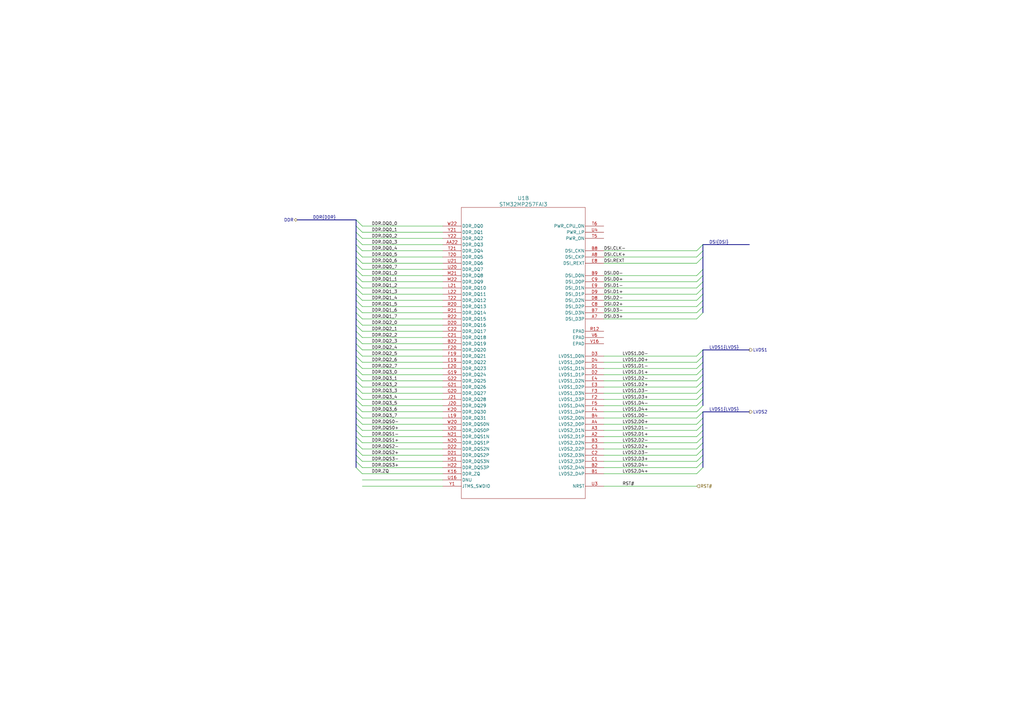
<source format=kicad_sch>
(kicad_sch (version 20250114) (generator "eeschema") (generator_version "9.0")
  (paper "A3")
  (lib_symbols
    (symbol "STM32MP257FAI3:STM32MP257FAI3" (pin_names (offset 0.254))
      (property "Reference" "U" (at 40.64 12.7 0))
      (property "Value" "STM32MP257FAI3" (at 40.64 10.16 0))
      (symbol "STM32MP257FAI3_1_1"
        (polyline (pts (xy 7.62 7.62) (xy 7.62 -119.38)) (stroke (width 0.127)))
        (polyline (pts (xy 7.62 -119.38) (xy 73.66 -119.38)) (stroke (width 0.127)))
        (polyline (pts (xy 73.66 7.62) (xy 7.62 7.62)) (stroke (width 0.127)))
        (polyline (pts (xy 73.66 -119.38) (xy 73.66 7.62)) (stroke (width 0.127)))
        (pin input line (at 0 0 0) (length 7.62) (name "BOOT0") (number "R4"))
        (pin input line (at 0 -2.54 0) (length 7.62) (name "BOOT1") (number "R3"))
        (pin input line (at 0 -5.08 0) (length 7.62) (name "BOOT2") (number "T2"))
        (pin input line (at 0 -7.62 0) (length 7.62) (name "BOOT3") (number "T1"))
        (pin input line (at 0 -12.7 0) (length 7.62) (name "JTCK_SWCLK") (number "AA1"))
        (pin input line (at 0 -15.24 0) (length 7.62) (name "JTDI") (number "AB2"))
        (pin input line (at 0 -17.78 0) (length 7.62) (name "NJTRST") (number "AA2"))
        (pin input line (at 0 -22.86 0) (length 7.62) (name "OSC_IN") (number "V3"))
        (pin input line (at 0 -27.94 0) (length 7.62) (name "OSC32_IN") (number "R1"))
        (pin input line (at 0 -33.02 0) (length 7.62) (name "PCIE_CLKINN") (number "AA18"))
        (pin input line (at 0 -35.56 0) (length 7.62) (name "PCIE_CLKINP") (number "Y18"))
        (pin input line (at 0 -40.64 0) (length 7.62) (name "PDR_ON") (number "T7"))
        (pin unspecified line (at 0 -45.72 0) (length 7.62) (name "ANA0") (number "V5"))
        (pin unspecified line (at 0 -50.8 0) (length 7.62) (name "COMBOPHY_REXT") (number "Y20"))
        (pin unspecified line (at 0 -53.34 0) (length 7.62) (name "COMBOPHY_RX1N") (number "AB20"))
        (pin unspecified line (at 0 -55.88 0) (length 7.62) (name "COMBOPHY_RX1P") (number "AA20"))
        (pin unspecified line (at 0 -58.42 0) (length 7.62) (name "COMBOPHY_TX1N") (number "AB19"))
        (pin unspecified line (at 0 -60.96 0) (length 7.62) (name "COMBOPHY_TX1P") (number "AA19"))
        (pin unspecified line (at 0 -66.04 0) (length 7.62) (name "CSI_CKN") (number "D6"))
        (pin unspecified line (at 0 -68.58 0) (length 7.62) (name "CSI_CKP") (number "C6"))
        (pin unspecified line (at 0 -71.12 0) (length 7.62) (name "CSI_REXT") (number "E6"))
        (pin unspecified line (at 0 -76.2 0) (length 7.62) (name "CSI_D0N") (number "B5"))
        (pin unspecified line (at 0 -78.74 0) (length 7.62) (name "CSI_D0P") (number "C5"))
        (pin unspecified line (at 0 -81.28 0) (length 7.62) (name "CSI_D1N") (number "E7"))
        (pin unspecified line (at 0 -83.82 0) (length 7.62) (name "CSI_D1P") (number "D7"))
        (pin output line (at 81.28 2.54 180) (length 7.62) (name "DDR_A0") (number "M16"))
        (pin output line (at 81.28 0 180) (length 7.62) (name "DDR_A1") (number "U18"))
        (pin output line (at 81.28 -2.54 180) (length 7.62) (name "DDR_A2") (number "N16"))
        (pin output line (at 81.28 -5.08 180) (length 7.62) (name "DDR_A3") (number "M17"))
        (pin output line (at 81.28 -7.62 180) (length 7.62) (name "DDR_A4") (number "N19"))
        (pin output line (at 81.28 -10.16 180) (length 7.62) (name "DDR_A5") (number "M19"))
        (pin output line (at 81.28 -12.7 180) (length 7.62) (name "DDR_A6") (number "T18"))
        (pin output line (at 81.28 -15.24 180) (length 7.62) (name "DDR_A7") (number "U19"))
        (pin output line (at 81.28 -17.78 180) (length 7.62) (name "DDR_A8") (number "P19"))
        (pin output line (at 81.28 -20.32 180) (length 7.62) (name "DDR_A9") (number "P18"))
        (pin output line (at 81.28 -22.86 180) (length 7.62) (name "DDR_A10") (number "N18"))
        (pin output line (at 81.28 -25.4 180) (length 7.62) (name "DDR_A11") (number "N17"))
        (pin output line (at 81.28 -27.94 180) (length 7.62) (name "DDR_A12") (number "K19"))
        (pin output line (at 81.28 -30.48 180) (length 7.62) (name "DDR_A13") (number "K18"))
        (pin output line (at 81.28 -33.02 180) (length 7.62) (name "DDR_A14") (number "L18"))
        (pin output line (at 81.28 -35.56 180) (length 7.62) (name "DDR_A15") (number "L17"))
        (pin output line (at 81.28 -38.1 180) (length 7.62) (name "DDR_A16") (number "J18"))
        (pin output line (at 81.28 -40.64 180) (length 7.62) (name "DDR_A17") (number "H18"))
        (pin output line (at 81.28 -43.18 180) (length 7.62) (name "DDR_A18") (number "H19"))
        (pin output line (at 81.28 -45.72 180) (length 7.62) (name "DDR_A19") (number "K17"))
        (pin output line (at 81.28 -48.26 180) (length 7.62) (name "DDR_A20") (number "G18"))
        (pin output line (at 81.28 -50.8 180) (length 7.62) (name "DDR_A21") (number "J19"))
        (pin output line (at 81.28 -53.34 180) (length 7.62) (name "DDR_A22") (number "H17"))
        (pin output line (at 81.28 -55.88 180) (length 7.62) (name "DDR_A23") (number "J17"))
        (pin output line (at 81.28 -58.42 180) (length 7.62) (name "DDR_A25") (number "R17"))
        (pin output line (at 81.28 -60.96 180) (length 7.62) (name "DDR_A26") (number "R19"))
        (pin output line (at 81.28 -63.5 180) (length 7.62) (name "DDR_A27") (number "R18"))
        (pin output line (at 81.28 -66.04 180) (length 7.62) (name "DDR_A28") (number "M18"))
        (pin output line (at 81.28 -68.58 180) (length 7.62) (name "DDR_A29") (number "T19"))
        (pin output line (at 81.28 -71.12 180) (length 7.62) (name "DDR_A30") (number "P17"))
        (pin output line (at 81.28 -73.66 180) (length 7.62) (name "DDR_A31") (number "P16"))
        (pin output line (at 81.28 -76.2 180) (length 7.62) (name "DDR_DQM0") (number "W21"))
        (pin output line (at 81.28 -78.74 180) (length 7.62) (name "DDR_DQM1") (number "P20"))
        (pin output line (at 81.28 -81.28 180) (length 7.62) (name "DDR_DQM2") (number "E21"))
        (pin output line (at 81.28 -83.82 180) (length 7.62) (name "DDR_DQM3") (number "H20"))
        (pin output line (at 81.28 -86.36 180) (length 7.62) (name "DDR_RESETN") (number "F18"))
        (pin output line (at 81.28 -91.44 180) (length 7.62) (name "JTDO-TRACESWO") (number "W1"))
        (pin output line (at 81.28 -96.52 180) (length 7.62) (name "NRSTC1MS") (number "T3"))
        (pin output line (at 81.28 -101.6 180) (length 7.62) (name "OSC_OUT") (number "V2"))
        (pin output line (at 81.28 -106.68 180) (length 7.62) (name "OSC32_OUT") (number "R2"))
        (pin output line (at 81.28 -111.76 180) (length 7.62) (name "PCIE_CLKOUTN") (number "AB21"))
        (pin output line (at 81.28 -114.3 180) (length 7.62) (name "PCIE_CLKOUTP") (number "AA21"))
      )
      (symbol "STM32MP257FAI3_2_1"
        (polyline (pts (xy 7.62 7.62) (xy 7.62 -111.76)) (stroke (width 0.127)))
        (polyline (pts (xy 7.62 -111.76) (xy 58.42 -111.76)) (stroke (width 0.127)))
        (polyline (pts (xy 58.42 7.62) (xy 7.62 7.62)) (stroke (width 0.127)))
        (polyline (pts (xy 58.42 -111.76) (xy 58.42 7.62)) (stroke (width 0.127)))
        (pin bidirectional line (at 0 0 0) (length 7.62) (name "DDR_DQ0") (number "W22"))
        (pin bidirectional line (at 0 -2.54 0) (length 7.62) (name "DDR_DQ1") (number "Y21"))
        (pin bidirectional line (at 0 -5.08 0) (length 7.62) (name "DDR_DQ2") (number "Y22"))
        (pin bidirectional line (at 0 -7.62 0) (length 7.62) (name "DDR_DQ3") (number "AA22"))
        (pin bidirectional line (at 0 -10.16 0) (length 7.62) (name "DDR_DQ4") (number "T21"))
        (pin bidirectional line (at 0 -12.7 0) (length 7.62) (name "DDR_DQ5") (number "T20"))
        (pin bidirectional line (at 0 -15.24 0) (length 7.62) (name "DDR_DQ6") (number "U21"))
        (pin bidirectional line (at 0 -17.78 0) (length 7.62) (name "DDR_DQ7") (number "U20"))
        (pin bidirectional line (at 0 -20.32 0) (length 7.62) (name "DDR_DQ8") (number "M21"))
        (pin bidirectional line (at 0 -22.86 0) (length 7.62) (name "DDR_DQ9") (number "M22"))
        (pin bidirectional line (at 0 -25.4 0) (length 7.62) (name "DDR_DQ10") (number "L21"))
        (pin bidirectional line (at 0 -27.94 0) (length 7.62) (name "DDR_DQ11") (number "L22"))
        (pin bidirectional line (at 0 -30.48 0) (length 7.62) (name "DDR_DQ12") (number "T22"))
        (pin bidirectional line (at 0 -33.02 0) (length 7.62) (name "DDR_DQ13") (number "R20"))
        (pin bidirectional line (at 0 -35.56 0) (length 7.62) (name "DDR_DQ14") (number "R21"))
        (pin bidirectional line (at 0 -38.1 0) (length 7.62) (name "DDR_DQ15") (number "R22"))
        (pin bidirectional line (at 0 -40.64 0) (length 7.62) (name "DDR_DQ16") (number "D20"))
        (pin bidirectional line (at 0 -43.18 0) (length 7.62) (name "DDR_DQ17") (number "C22"))
        (pin bidirectional line (at 0 -45.72 0) (length 7.62) (name "DDR_DQ18") (number "C21"))
        (pin bidirectional line (at 0 -48.26 0) (length 7.62) (name "DDR_DQ19") (number "B22"))
        (pin bidirectional line (at 0 -50.8 0) (length 7.62) (name "DDR_DQ20") (number "F20"))
        (pin bidirectional line (at 0 -53.34 0) (length 7.62) (name "DDR_DQ21") (number "F19"))
        (pin bidirectional line (at 0 -55.88 0) (length 7.62) (name "DDR_DQ22") (number "E19"))
        (pin bidirectional line (at 0 -58.42 0) (length 7.62) (name "DDR_DQ23") (number "E20"))
        (pin bidirectional line (at 0 -60.96 0) (length 7.62) (name "DDR_DQ24") (number "G19"))
        (pin bidirectional line (at 0 -63.5 0) (length 7.62) (name "DDR_DQ25") (number "G22"))
        (pin bidirectional line (at 0 -66.04 0) (length 7.62) (name "DDR_DQ26") (number "G21"))
        (pin bidirectional line (at 0 -68.58 0) (length 7.62) (name "DDR_DQ27") (number "G20"))
        (pin bidirectional line (at 0 -71.12 0) (length 7.62) (name "DDR_DQ28") (number "J21"))
        (pin bidirectional line (at 0 -73.66 0) (length 7.62) (name "DDR_DQ29") (number "J20"))
        (pin bidirectional line (at 0 -76.2 0) (length 7.62) (name "DDR_DQ30") (number "K20"))
        (pin bidirectional line (at 0 -78.74 0) (length 7.62) (name "DDR_DQ31") (number "L19"))
        (pin bidirectional line (at 0 -81.28 0) (length 7.62) (name "DDR_DQS0N") (number "W20"))
        (pin bidirectional line (at 0 -83.82 0) (length 7.62) (name "DDR_DQS0P") (number "V20"))
        (pin bidirectional line (at 0 -86.36 0) (length 7.62) (name "DDR_DQS1N") (number "N21"))
        (pin bidirectional line (at 0 -88.9 0) (length 7.62) (name "DDR_DQS1P") (number "N20"))
        (pin bidirectional line (at 0 -91.44 0) (length 7.62) (name "DDR_DQS2N") (number "D22"))
        (pin bidirectional line (at 0 -93.98 0) (length 7.62) (name "DDR_DQS2P") (number "D21"))
        (pin bidirectional line (at 0 -96.52 0) (length 7.62) (name "DDR_DQS3N") (number "H21"))
        (pin bidirectional line (at 0 -99.06 0) (length 7.62) (name "DDR_DQS3P") (number "H22"))
        (pin unspecified line (at 0 -101.6 0) (length 7.62) (name "DDR_ZQ") (number "K16"))
        (pin unspecified line (at 0 -104.14 0) (length 7.62) (name "DNU") (number "U16"))
        (pin bidirectional line (at 0 -106.68 0) (length 7.62) (name "JTMS_SWDIO") (number "Y1"))
        (pin output line (at 66.04 0 180) (length 7.62) (name "PWR_CPU_ON") (number "T6"))
        (pin output line (at 66.04 -2.54 180) (length 7.62) (name "PWR_LP") (number "U4"))
        (pin output line (at 66.04 -5.08 180) (length 7.62) (name "PWR_ON") (number "T5"))
        (pin unspecified line (at 66.04 -10.16 180) (length 7.62) (name "DSI_CKN") (number "B8"))
        (pin unspecified line (at 66.04 -12.7 180) (length 7.62) (name "DSI_CKP") (number "A8"))
        (pin unspecified line (at 66.04 -15.24 180) (length 7.62) (name "DSI_REXT") (number "E8"))
        (pin unspecified line (at 66.04 -20.32 180) (length 7.62) (name "DSI_D0N") (number "B9"))
        (pin unspecified line (at 66.04 -22.86 180) (length 7.62) (name "DSI_D0P") (number "C9"))
        (pin unspecified line (at 66.04 -25.4 180) (length 7.62) (name "DSI_D1N") (number "E9"))
        (pin unspecified line (at 66.04 -27.94 180) (length 7.62) (name "DSI_D1P") (number "D9"))
        (pin unspecified line (at 66.04 -30.48 180) (length 7.62) (name "DSI_D2N") (number "D8"))
        (pin unspecified line (at 66.04 -33.02 180) (length 7.62) (name "DSI_D2P") (number "C8"))
        (pin unspecified line (at 66.04 -35.56 180) (length 7.62) (name "DSI_D3N") (number "B7"))
        (pin unspecified line (at 66.04 -38.1 180) (length 7.62) (name "DSI_D3P") (number "A7"))
        (pin unspecified line (at 66.04 -43.18 180) (length 7.62) (name "EPAD") (number "R12"))
        (pin unspecified line (at 66.04 -45.72 180) (length 7.62) (name "EPAD") (number "V6"))
        (pin unspecified line (at 66.04 -48.26 180) (length 7.62) (name "EPAD") (number "V16"))
        (pin unspecified line (at 66.04 -53.34 180) (length 7.62) (name "LVDS1_D0N") (number "D3"))
        (pin unspecified line (at 66.04 -55.88 180) (length 7.62) (name "LVDS1_D0P") (number "D4"))
        (pin unspecified line (at 66.04 -58.42 180) (length 7.62) (name "LVDS1_D1N") (number "D1"))
        (pin unspecified line (at 66.04 -60.96 180) (length 7.62) (name "LVDS1_D1P") (number "D2"))
        (pin unspecified line (at 66.04 -63.5 180) (length 7.62) (name "LVDS1_D2N") (number "E4"))
        (pin unspecified line (at 66.04 -66.04 180) (length 7.62) (name "LVDS1_D2P") (number "E3"))
        (pin unspecified line (at 66.04 -68.58 180) (length 7.62) (name "LVDS1_D3N") (number "F3"))
        (pin unspecified line (at 66.04 -71.12 180) (length 7.62) (name "LVDS1_D3P") (number "F2"))
        (pin unspecified line (at 66.04 -73.66 180) (length 7.62) (name "LVDS1_D4N") (number "F5"))
        (pin unspecified line (at 66.04 -76.2 180) (length 7.62) (name "LVDS1_D4P") (number "F4"))
        (pin unspecified line (at 66.04 -78.74 180) (length 7.62) (name "LVDS2_D0N") (number "B4"))
        (pin unspecified line (at 66.04 -81.28 180) (length 7.62) (name "LVDS2_D0P") (number "A4"))
        (pin unspecified line (at 66.04 -83.82 180) (length 7.62) (name "LVDS2_D1N") (number "A3"))
        (pin unspecified line (at 66.04 -86.36 180) (length 7.62) (name "LVDS2_D1P") (number "A2"))
        (pin unspecified line (at 66.04 -88.9 180) (length 7.62) (name "LVDS2_D2N") (number "B3"))
        (pin unspecified line (at 66.04 -91.44 180) (length 7.62) (name "LVDS2_D2P") (number "C3"))
        (pin unspecified line (at 66.04 -93.98 180) (length 7.62) (name "LVDS2_D3N") (number "C2"))
        (pin unspecified line (at 66.04 -96.52 180) (length 7.62) (name "LVDS2_D3P") (number "C1"))
        (pin unspecified line (at 66.04 -99.06 180) (length 7.62) (name "LVDS2_D4N") (number "B2"))
        (pin unspecified line (at 66.04 -101.6 180) (length 7.62) (name "LVDS2_D4P") (number "B1"))
        (pin bidirectional line (at 66.04 -106.68 180) (length 7.62) (name "NRST") (number "U3"))
      )
      (symbol "STM32MP257FAI3_3_1"
        (polyline (pts (xy 7.62 5.08) (xy 7.62 -129.54)) (stroke (width 0.127)))
        (polyline (pts (xy 7.62 -129.54) (xy 33.02 -129.54)) (stroke (width 0.127)))
        (polyline (pts (xy 33.02 5.08) (xy 7.62 5.08)) (stroke (width 0.127)))
        (polyline (pts (xy 33.02 -129.54) (xy 33.02 5.08)) (stroke (width 0.127)))
        (pin bidirectional line (at 0 0 0) (length 7.62) (name "PB0") (number "C11"))
        (pin bidirectional line (at 0 -2.54 0) (length 7.62) (name "PB1") (number "D11"))
        (pin bidirectional line (at 0 -5.08 0) (length 7.62) (name "PB2") (number "C10"))
        (pin bidirectional line (at 0 -7.62 0) (length 7.62) (name "PB3") (number "E10"))
        (pin bidirectional line (at 0 -10.16 0) (length 7.62) (name "PB4") (number "D10"))
        (pin bidirectional line (at 0 -12.7 0) (length 7.62) (name "PB5") (number "B11"))
        (pin bidirectional line (at 0 -15.24 0) (length 7.62) (name "PB6") (number "C12"))
        (pin bidirectional line (at 0 -17.78 0) (length 7.62) (name "PB7") (number "D12"))
        (pin bidirectional line (at 0 -20.32 0) (length 7.62) (name "PB8") (number "G11"))
        (pin bidirectional line (at 0 -22.86 0) (length 7.62) (name "PB9") (number "A12"))
        (pin bidirectional line (at 0 -25.4 0) (length 7.62) (name "PB10") (number "A11"))
        (pin bidirectional line (at 0 -27.94 0) (length 7.62) (name "PB11") (number "B12"))
        (pin bidirectional line (at 0 -30.48 0) (length 7.62) (name "PB12") (number "B20"))
        (pin bidirectional line (at 0 -33.02 0) (length 7.62) (name "PB13") (number "D19"))
        (pin bidirectional line (at 0 -35.56 0) (length 7.62) (name "PB14") (number "C20"))
        (pin bidirectional line (at 0 -38.1 0) (length 7.62) (name "PB15") (number "AB4"))
        (pin bidirectional line (at 0 -43.18 0) (length 7.62) (name "PD0") (number "D14"))
        (pin bidirectional line (at 0 -45.72 0) (length 7.62) (name "PD1") (number "E15"))
        (pin bidirectional line (at 0 -48.26 0) (length 7.62) (name "PD2") (number "E14"))
        (pin bidirectional line (at 0 -50.8 0) (length 7.62) (name "PD3") (number "C15"))
        (pin bidirectional line (at 0 -53.34 0) (length 7.62) (name "PD4") (number "C14"))
        (pin bidirectional line (at 0 -55.88 0) (length 7.62) (name "PD5") (number "B15"))
        (pin bidirectional line (at 0 -58.42 0) (length 7.62) (name "PD6") (number "A15"))
        (pin bidirectional line (at 0 -60.96 0) (length 7.62) (name "PD7") (number "D15"))
        (pin bidirectional line (at 0 -63.5 0) (length 7.62) (name "PD8") (number "C13"))
        (pin bidirectional line (at 0 -66.04 0) (length 7.62) (name "PD9") (number "B13"))
        (pin bidirectional line (at 0 -68.58 0) (length 7.62) (name "PD10") (number "D13"))
        (pin bidirectional line (at 0 -71.12 0) (length 7.62) (name "PD11") (number "E13"))
        (pin bidirectional line (at 0 -73.66 0) (length 7.62) (name "PD12") (number "A21"))
        (pin bidirectional line (at 0 -76.2 0) (length 7.62) (name "PD13") (number "B21"))
        (pin bidirectional line (at 0 -78.74 0) (length 7.62) (name "PD14") (number "G15"))
        (pin bidirectional line (at 0 -81.28 0) (length 7.62) (name "PD15") (number "F16"))
        (pin bidirectional line (at 0 -86.36 0) (length 7.62) (name "PF0") (number "V12"))
        (pin bidirectional line (at 0 -88.9 0) (length 7.62) (name "PF1") (number "W11"))
        (pin bidirectional line (at 0 -91.44 0) (length 7.62) (name "PF2") (number "V10"))
        (pin bidirectional line (at 0 -93.98 0) (length 7.62) (name "PF3") (number "W10"))
        (pin bidirectional line (at 0 -96.52 0) (length 7.62) (name "PF4") (number "Y10"))
        (pin bidirectional line (at 0 -99.06 0) (length 7.62) (name "PF5") (number "Y9"))
        (pin bidirectional line (at 0 -101.6 0) (length 7.62) (name "PF6") (number "AB8"))
        (pin bidirectional line (at 0 -104.14 0) (length 7.62) (name "PF7") (number "T9"))
        (pin bidirectional line (at 0 -106.68 0) (length 7.62) (name "PF8") (number "AA8"))
        (pin bidirectional line (at 0 -109.22 0) (length 7.62) (name "PF9") (number "AA7"))
        (pin bidirectional line (at 0 -111.76 0) (length 7.62) (name "PF10") (number "AA6"))
        (pin bidirectional line (at 0 -114.3 0) (length 7.62) (name "PF11") (number "Y6"))
        (pin bidirectional line (at 0 -116.84 0) (length 7.62) (name "PF12") (number "K3"))
        (pin bidirectional line (at 0 -119.38 0) (length 7.62) (name "PF13") (number "L4"))
        (pin bidirectional line (at 0 -121.92 0) (length 7.62) (name "PF14") (number "H1"))
        (pin bidirectional line (at 0 -124.46 0) (length 7.62) (name "PF15") (number "L7"))
        (pin bidirectional line (at 40.64 0 180) (length 7.62) (name "PA0") (number "Y2"))
        (pin bidirectional line (at 40.64 -2.54 180) (length 7.62) (name "PA1") (number "V15"))
        (pin bidirectional line (at 40.64 -5.08 180) (length 7.62) (name "PA2") (number "W13"))
        (pin bidirectional line (at 40.64 -7.62 180) (length 7.62) (name "PA3") (number "T14"))
        (pin bidirectional line (at 40.64 -10.16 180) (length 7.62) (name "PA4") (number "Y15"))
        (pin bidirectional line (at 40.64 -12.7 180) (length 7.62) (name "PA5") (number "Y13"))
        (pin bidirectional line (at 40.64 -15.24 180) (length 7.62) (name "PA6") (number "V14"))
        (pin bidirectional line (at 40.64 -17.78 180) (length 7.62) (name "PA7") (number "Y14"))
        (pin bidirectional line (at 40.64 -20.32 180) (length 7.62) (name "PA8") (number "W15"))
        (pin bidirectional line (at 40.64 -22.86 180) (length 7.62) (name "PA9") (number "T12"))
        (pin bidirectional line (at 40.64 -25.4 180) (length 7.62) (name "PA10") (number "U13"))
        (pin bidirectional line (at 40.64 -27.94 180) (length 7.62) (name "PA11") (number "W12"))
        (pin bidirectional line (at 40.64 -30.48 180) (length 7.62) (name "PA12") (number "U12"))
        (pin bidirectional line (at 40.64 -33.02 180) (length 7.62) (name "PA13") (number "Y12"))
        (pin bidirectional line (at 40.64 -35.56 180) (length 7.62) (name "PA14") (number "U10"))
        (pin bidirectional line (at 40.64 -38.1 180) (length 7.62) (name "PA15") (number "T10"))
        (pin bidirectional line (at 40.64 -43.18 180) (length 7.62) (name "PC0") (number "AA12"))
        (pin bidirectional line (at 40.64 -45.72 180) (length 7.62) (name "PC1") (number "V11"))
        (pin bidirectional line (at 40.64 -48.26 180) (length 7.62) (name "PC2") (number "Y11"))
        (pin bidirectional line (at 40.64 -50.8 180) (length 7.62) (name "PC3") (number "W9"))
        (pin bidirectional line (at 40.64 -53.34 180) (length 7.62) (name "PC4") (number "V9"))
        (pin bidirectional line (at 40.64 -55.88 180) (length 7.62) (name "PC5") (number "U9"))
        (pin bidirectional line (at 40.64 -58.42 180) (length 7.62) (name "PC6") (number "AA10"))
        (pin bidirectional line (at 40.64 -60.96 180) (length 7.62) (name "PC7") (number "Y8"))
        (pin bidirectional line (at 40.64 -63.5 180) (length 7.62) (name "PC8") (number "V8"))
        (pin bidirectional line (at 40.64 -66.04 180) (length 7.62) (name "PC9") (number "U8"))
        (pin bidirectional line (at 40.64 -68.58 180) (length 7.62) (name "PC10") (number "T8"))
        (pin bidirectional line (at 40.64 -71.12 180) (length 7.62) (name "PC11") (number "AB7"))
        (pin bidirectional line (at 40.64 -73.66 180) (length 7.62) (name "PC12") (number "Y7"))
        (pin bidirectional line (at 40.64 -76.2 180) (length 7.62) (name "PC13") (number "P6"))
        (pin bidirectional line (at 40.64 -81.28 180) (length 7.62) (name "PE0") (number "A16"))
        (pin bidirectional line (at 40.64 -83.82 180) (length 7.62) (name "PE1") (number "B16"))
        (pin bidirectional line (at 40.64 -86.36 180) (length 7.62) (name "PE2") (number "C16"))
        (pin bidirectional line (at 40.64 -88.9 180) (length 7.62) (name "PE3") (number "D16"))
        (pin bidirectional line (at 40.64 -91.44 180) (length 7.62) (name "PE4") (number "B17"))
        (pin bidirectional line (at 40.64 -93.98 180) (length 7.62) (name "PE5") (number "C17"))
        (pin bidirectional line (at 40.64 -96.52 180) (length 7.62) (name "PE6") (number "E16"))
        (pin bidirectional line (at 40.64 -99.06 180) (length 7.62) (name "PE7") (number "D17"))
        (pin bidirectional line (at 40.64 -101.6 180) (length 7.62) (name "PE8") (number "C18"))
        (pin bidirectional line (at 40.64 -104.14 180) (length 7.62) (name "PE9") (number "D18"))
        (pin bidirectional line (at 40.64 -106.68 180) (length 7.62) (name "PE10") (number "A19"))
        (pin bidirectional line (at 40.64 -109.22 180) (length 7.62) (name "PE11") (number "E17"))
        (pin bidirectional line (at 40.64 -111.76 180) (length 7.62) (name "PE12") (number "C19"))
        (pin bidirectional line (at 40.64 -114.3 180) (length 7.62) (name "PE13") (number "B19"))
        (pin bidirectional line (at 40.64 -116.84 180) (length 7.62) (name "PE14") (number "A20"))
        (pin bidirectional line (at 40.64 -119.38 180) (length 7.62) (name "PE15") (number "F17"))
      )
      (symbol "STM32MP257FAI3_4_1"
        (polyline (pts (xy 7.62 5.08) (xy 7.62 -124.46)) (stroke (width 0.127)))
        (polyline (pts (xy 7.62 -124.46) (xy 78.74 -124.46)) (stroke (width 0.127)))
        (polyline (pts (xy 78.74 5.08) (xy 7.62 5.08)) (stroke (width 0.127)))
        (polyline (pts (xy 78.74 -124.46) (xy 78.74 5.08)) (stroke (width 0.127)))
        (pin bidirectional line (at 0 0 0) (length 7.62) (name "PH2") (number "V13"))
        (pin bidirectional line (at 0 -2.54 0) (length 7.62) (name "PH3") (number "W14"))
        (pin bidirectional line (at 0 -5.08 0) (length 7.62) (name "PH4") (number "AB15"))
        (pin bidirectional line (at 0 -7.62 0) (length 7.62) (name "PH5") (number "AA15"))
        (pin bidirectional line (at 0 -10.16 0) (length 7.62) (name "PH6") (number "AA14"))
        (pin bidirectional line (at 0 -12.7 0) (length 7.62) (name "PH7") (number "T13"))
        (pin bidirectional line (at 0 -15.24 0) (length 7.62) (name "PH8") (number "U14"))
        (pin bidirectional line (at 0 -17.78 0) (length 7.62) (name "PH9") (number "AB12"))
        (pin bidirectional line (at 0 -20.32 0) (length 7.62) (name "PH10") (number "U11"))
        (pin bidirectional line (at 0 -22.86 0) (length 7.62) (name "PH11") (number "T11"))
        (pin bidirectional line (at 0 -25.4 0) (length 7.62) (name "PH12") (number "AA11"))
        (pin bidirectional line (at 0 -27.94 0) (length 7.62) (name "PH13") (number "AB11"))
        (pin bidirectional line (at 0 -33.02 0) (length 7.62) (name "PI0") (number "G5"))
        (pin bidirectional line (at 0 -35.56 0) (length 7.62) (name "PI1") (number "H6"))
        (pin bidirectional line (at 0 -38.1 0) (length 7.62) (name "PI2") (number "J5"))
        (pin bidirectional line (at 0 -40.64 0) (length 7.62) (name "PI3") (number "J6"))
        (pin bidirectional line (at 0 -43.18 0) (length 7.62) (name "PI4") (number "K6"))
        (pin bidirectional line (at 0 -45.72 0) (length 7.62) (name "PI5") (number "H5"))
        (pin bidirectional line (at 0 -48.26 0) (length 7.62) (name "PI6") (number "J7"))
        (pin bidirectional line (at 0 -50.8 0) (length 7.62) (name "PI7") (number "L6"))
        (pin bidirectional line (at 0 -53.34 0) (length 7.62) (name "PI8") (number "M6"))
        (pin bidirectional line (at 0 -55.88 0) (length 7.62) (name "PI9") (number "K7"))
        (pin bidirectional line (at 0 -58.42 0) (length 7.62) (name "PI10") (number "G16"))
        (pin bidirectional line (at 0 -60.96 0) (length 7.62) (name "PI11") (number "E18"))
        (pin bidirectional line (at 0 -63.5 0) (length 7.62) (name "PI12") (number "G1"))
        (pin bidirectional line (at 0 -66.04 0) (length 7.62) (name "PI13") (number "G2"))
        (pin bidirectional line (at 0 -68.58 0) (length 7.62) (name "PI14") (number "G13"))
        (pin bidirectional line (at 0 -71.12 0) (length 7.62) (name "PI15") (number "E11"))
        (pin bidirectional line (at 0 -76.2 0) (length 7.62) (name "PK0") (number "F12"))
        (pin bidirectional line (at 0 -78.74 0) (length 7.62) (name "PK1") (number "E12"))
        (pin bidirectional line (at 0 -81.28 0) (length 7.62) (name "PK2") (number "F13"))
        (pin bidirectional line (at 0 -83.82 0) (length 7.62) (name "PK3") (number "F15"))
        (pin bidirectional line (at 0 -86.36 0) (length 7.62) (name "PK4") (number "F11"))
        (pin bidirectional line (at 0 -88.9 0) (length 7.62) (name "PK5") (number "F14"))
        (pin bidirectional line (at 0 -91.44 0) (length 7.62) (name "PK6") (number "G12"))
        (pin bidirectional line (at 0 -93.98 0) (length 7.62) (name "PK7") (number "G14"))
        (pin unspecified line (at 0 -99.06 0) (length 7.62) (name "UCPD1_CC1") (number "T15"))
        (pin unspecified line (at 0 -101.6 0) (length 7.62) (name "UCPD1_CC2") (number "T17"))
        (pin unspecified line (at 0 -106.68 0) (length 7.62) (name "USB3DR_DM") (number "Y17"))
        (pin unspecified line (at 0 -109.22 0) (length 7.62) (name "USB3DR_DP") (number "W17"))
        (pin unspecified line (at 0 -111.76 0) (length 7.62) (name "USB3DR_TXRTUNE") (number "V17"))
        (pin bidirectional line (at 86.36 0 180) (length 7.62) (name "PG0") (number "W7"))
        (pin bidirectional line (at 86.36 -2.54 180) (length 7.62) (name "PG1") (number "W6"))
        (pin bidirectional line (at 86.36 -5.08 180) (length 7.62) (name "PG2") (number "Y4"))
        (pin bidirectional line (at 86.36 -7.62 180) (length 7.62) (name "PG3") (number "W4"))
        (pin bidirectional line (at 86.36 -10.16 180) (length 7.62) (name "PG4") (number "AA4"))
        (pin bidirectional line (at 86.36 -12.7 180) (length 7.62) (name "PG5") (number "L1"))
        (pin bidirectional line (at 86.36 -15.24 180) (length 7.62) (name "PG6") (number "H2"))
        (pin bidirectional line (at 86.36 -17.78 180) (length 7.62) (name "PG7") (number "K4"))
        (pin bidirectional line (at 86.36 -20.32 180) (length 7.62) (name "PG8") (number "L5"))
        (pin bidirectional line (at 86.36 -22.86 180) (length 7.62) (name "PG9") (number "G3"))
        (pin bidirectional line (at 86.36 -25.4 180) (length 7.62) (name "PG10") (number "H3"))
        (pin bidirectional line (at 86.36 -27.94 180) (length 7.62) (name "PG11") (number "J4"))
        (pin bidirectional line (at 86.36 -30.48 180) (length 7.62) (name "PG12") (number "J3"))
        (pin bidirectional line (at 86.36 -33.02 180) (length 7.62) (name "PG13") (number "K5"))
        (pin bidirectional line (at 86.36 -35.56 180) (length 7.62) (name "PG14") (number "G4"))
        (pin bidirectional line (at 86.36 -38.1 180) (length 7.62) (name "PG15") (number "H4"))
        (pin bidirectional line (at 86.36 -43.18 180) (length 7.62) (name "PJ0") (number "U15"))
        (pin bidirectional line (at 86.36 -45.72 180) (length 7.62) (name "PJ1") (number "Y3"))
        (pin bidirectional line (at 86.36 -48.26 180) (length 7.62) (name "PJ2") (number "AB3"))
        (pin bidirectional line (at 86.36 -50.8 180) (length 7.62) (name "PJ3") (number "AA3"))
        (pin bidirectional line (at 86.36 -53.34 180) (length 7.62) (name "PJ4") (number "W3"))
        (pin bidirectional line (at 86.36 -55.88 180) (length 7.62) (name "PJ5") (number "V4"))
        (pin bidirectional line (at 86.36 -58.42 180) (length 7.62) (name "PJ6") (number "U5"))
        (pin bidirectional line (at 86.36 -60.96 180) (length 7.62) (name "PJ7") (number "W2"))
        (pin bidirectional line (at 86.36 -63.5 180) (length 7.62) (name "PJ8") (number "M2"))
        (pin bidirectional line (at 86.36 -66.04 180) (length 7.62) (name "PJ9") (number "M1"))
        (pin bidirectional line (at 86.36 -68.58 180) (length 7.62) (name "PJ10") (number "M3"))
        (pin bidirectional line (at 86.36 -71.12 180) (length 7.62) (name "PJ11") (number "M5"))
        (pin bidirectional line (at 86.36 -73.66 180) (length 7.62) (name "PJ12") (number "L2"))
        (pin bidirectional line (at 86.36 -76.2 180) (length 7.62) (name "PJ13") (number "M4"))
        (pin bidirectional line (at 86.36 -78.74 180) (length 7.62) (name "PJ14") (number "L3"))
        (pin bidirectional line (at 86.36 -81.28 180) (length 7.62) (name "PJ15") (number "K2"))
        (pin bidirectional line (at 86.36 -86.36 180) (length 7.62) (name "PZ0") (number "N5"))
        (pin bidirectional line (at 86.36 -88.9 180) (length 7.62) (name "PZ1") (number "N6"))
        (pin bidirectional line (at 86.36 -91.44 180) (length 7.62) (name "PZ2") (number "P4"))
        (pin bidirectional line (at 86.36 -93.98 180) (length 7.62) (name "PZ3") (number "N4"))
        (pin bidirectional line (at 86.36 -96.52 180) (length 7.62) (name "PZ4") (number "R5"))
        (pin bidirectional line (at 86.36 -99.06 180) (length 7.62) (name "PZ5") (number "P5"))
        (pin bidirectional line (at 86.36 -101.6 180) (length 7.62) (name "PZ6") (number "R6"))
        (pin bidirectional line (at 86.36 -104.14 180) (length 7.62) (name "PZ7") (number "P2"))
        (pin bidirectional line (at 86.36 -106.68 180) (length 7.62) (name "PZ8") (number "P3"))
        (pin bidirectional line (at 86.36 -109.22 180) (length 7.62) (name "PZ9") (number "N3"))
        (pin unspecified line (at 86.36 -114.3 180) (length 7.62) (name "USBH_HS_DM") (number "AB16"))
        (pin unspecified line (at 86.36 -116.84 180) (length 7.62) (name "USBH_HS_DP") (number "AA16"))
        (pin unspecified line (at 86.36 -119.38 180) (length 7.62) (name "USBH_HS_TXRTUNE") (number "V18"))
      )
      (symbol "STM32MP257FAI3_5_1"
        (polyline (pts (xy 7.62 5.08) (xy 7.62 -111.76)) (stroke (width 0.127)))
        (polyline (pts (xy 7.62 -111.76) (xy 33.02 -111.76)) (stroke (width 0.127)))
        (polyline (pts (xy 33.02 5.08) (xy 7.62 5.08)) (stroke (width 0.127)))
        (polyline (pts (xy 33.02 -111.76) (xy 33.02 5.08)) (stroke (width 0.127)))
        (pin power_in line (at 0 0 0) (length 7.62) (name "DDR_VREF") (number "L20"))
        (pin power_in line (at 0 -5.08 0) (length 7.62) (name "V08CAP") (number "M8"))
        (pin power_in line (at 0 -10.16 0) (length 7.62) (name "VBAT") (number "P7"))
        (pin power_in line (at 0 -15.24 0) (length 7.62) (name "VDD") (number "M9"))
        (pin power_in line (at 0 -17.78 0) (length 7.62) (name "VDD") (number "N8"))
        (pin power_in line (at 0 -20.32 0) (length 7.62) (name "VDD") (number "P9"))
        (pin power_in line (at 0 -22.86 0) (length 7.62) (name "VDD") (number "P11"))
        (pin power_in line (at 0 -25.4 0) (length 7.62) (name "VDD") (number "R8"))
        (pin power_in line (at 0 -27.94 0) (length 7.62) (name "VDD") (number "R10"))
        (pin power_in line (at 0 -30.48 0) (length 7.62) (name "VDDCORE") (number "H7"))
        (pin power_in line (at 0 -33.02 0) (length 7.62) (name "VDDCORE") (number "H9"))
        (pin power_in line (at 0 -35.56 0) (length 7.62) (name "VDDCORE") (number "J8"))
        (pin power_in line (at 0 -38.1 0) (length 7.62) (name "VDDCORE") (number "J10"))
        (pin power_in line (at 0 -40.64 0) (length 7.62) (name "VDDCORE") (number "K9"))
        (pin power_in line (at 0 -43.18 0) (length 7.62) (name "VDDCORE") (number "K11"))
        (pin power_in line (at 0 -45.72 0) (length 7.62) (name "VDDCORE") (number "L10"))
        (pin power_in line (at 0 -48.26 0) (length 7.62) (name "VDDCPU") (number "H11"))
        (pin power_in line (at 0 -50.8 0) (length 7.62) (name "VDDCPU") (number "H13"))
        (pin power_in line (at 0 -53.34 0) (length 7.62) (name "VDDCPU") (number "H15"))
        (pin power_in line (at 0 -55.88 0) (length 7.62) (name "VDDCPU") (number "J12"))
        (pin power_in line (at 0 -58.42 0) (length 7.62) (name "VDDCPU") (number "J14"))
        (pin power_in line (at 0 -60.96 0) (length 7.62) (name "VDDCPU") (number "K13"))
        (pin power_in line (at 0 -63.5 0) (length 7.62) (name "VDDCPU") (number "L12"))
        (pin power_in line (at 0 -66.04 0) (length 7.62) (name "VDDGPU") (number "M11"))
        (pin power_in line (at 0 -68.58 0) (length 7.62) (name "VDDGPU") (number "M13"))
        (pin power_in line (at 0 -71.12 0) (length 7.62) (name "VDDGPU") (number "N10"))
        (pin power_in line (at 0 -73.66 0) (length 7.62) (name "VDDGPU") (number "N12"))
        (pin power_in line (at 0 -76.2 0) (length 7.62) (name "VDDGPU") (number "P13"))
        (pin power_in line (at 0 -78.74 0) (length 7.62) (name "VDDIO3") (number "F8"))
        (pin power_in line (at 0 -81.28 0) (length 7.62) (name "VDDIO3") (number "F9"))
        (pin power_in line (at 0 -83.82 0) (length 7.62) (name "VDDIO4") (number "G8"))
        (pin power_in line (at 0 -86.36 0) (length 7.62) (name "VDDIO4") (number "G9"))
        (pin power_in line (at 0 -88.9 0) (length 7.62) (name "VDDQDDR") (number "K15"))
        (pin power_in line (at 0 -91.44 0) (length 7.62) (name "VDDQDDR") (number "L14"))
        (pin power_in line (at 0 -93.98 0) (length 7.62) (name "VDDQDDR") (number "L16"))
        (pin power_in line (at 0 -96.52 0) (length 7.62) (name "VDDQDDR") (number "M15"))
        (pin power_in line (at 0 -99.06 0) (length 7.62) (name "VDDQDDR") (number "N14"))
        (pin power_in line (at 0 -101.6 0) (length 7.62) (name "VDDQDDR") (number "P15"))
        (pin power_in line (at 0 -104.14 0) (length 7.62) (name "VDDQDDR") (number "R14"))
        (pin power_in line (at 0 -106.68 0) (length 7.62) (name "VDDQDDR") (number "R16"))
      )
      (symbol "STM32MP257FAI3_6_1"
        (polyline (pts (xy 7.62 5.08) (xy 7.62 -60.96)) (stroke (width 0.127)))
        (polyline (pts (xy 7.62 -60.96) (xy 43.18 -60.96)) (stroke (width 0.127)))
        (polyline (pts (xy 43.18 5.08) (xy 7.62 5.08)) (stroke (width 0.127)))
        (polyline (pts (xy 43.18 -60.96) (xy 43.18 5.08)) (stroke (width 0.127)))
        (pin power_in line (at 0 0 0) (length 7.62) (name "VDD33UCPD") (number "T16"))
        (pin power_in line (at 0 -2.54 0) (length 7.62) (name "VDD33USB") (number "Y16"))
        (pin power_in line (at 0 -5.08 0) (length 7.62) (name "VDDA18ADC") (number "V7"))
        (pin power_in line (at 0 -7.62 0) (length 7.62) (name "VDDA18AON") (number "R7"))
        (pin power_in line (at 0 -10.16 0) (length 7.62) (name "VDDA18COMBOPHY") (number "W18"))
        (pin power_in line (at 0 -12.7 0) (length 7.62) (name "VDDA18CSI") (number "F6"))
        (pin power_in line (at 0 -15.24 0) (length 7.62) (name "VDDA18DDR") (number "J16"))
        (pin power_in line (at 0 -17.78 0) (length 7.62) (name "VDDA18DSI") (number "C7"))
        (pin power_in line (at 0 -20.32 0) (length 7.62) (name "VDDA18LVDS") (number "C4"))
        (pin power_in line (at 0 -22.86 0) (length 7.62) (name "VDDA18PLL1") (number "G17"))
        (pin power_in line (at 0 -25.4 0) (length 7.62) (name "VDDA18PLL2") (number "K8"))
        (pin power_in line (at 0 -27.94 0) (length 7.62) (name "VDDA18PLL3") (number "L8"))
        (pin power_in line (at 0 -30.48 0) (length 7.62) (name "VDDA18USB") (number "U17"))
        (pin power_in line (at 0 -33.02 0) (length 7.62) (name "VDDCOMBOPHY") (number "V19"))
        (pin power_in line (at 0 -35.56 0) (length 7.62) (name "VDDCOMBOPHYTX") (number "Y19"))
        (pin power_in line (at 0 -38.1 0) (length 7.62) (name "VDDCSI") (number "D5"))
        (pin power_in line (at 0 -40.64 0) (length 7.62) (name "VDDDSI") (number "F7"))
        (pin power_in line (at 0 -43.18 0) (length 7.62) (name "VDDIO1") (number "G10"))
        (pin power_in line (at 0 -45.72 0) (length 7.62) (name "VDDIO2") (number "F10"))
        (pin power_in line (at 0 -48.26 0) (length 7.62) (name "VDDLVDS") (number "G7"))
        (pin power_in line (at 0 -53.34 0) (length 7.62) (name "VREF-") (number "W5"))
        (pin power_in line (at 0 -55.88 0) (length 7.62) (name "VREF+") (number "Y5"))
      )
      (symbol "STM32MP257FAI3_7_1"
        (polyline (pts (xy 7.62 5.08) (xy 7.62 -119.38)) (stroke (width 0.127)))
        (polyline (pts (xy 7.62 -119.38) (xy 33.02 -119.38)) (stroke (width 0.127)))
        (polyline (pts (xy 33.02 5.08) (xy 7.62 5.08)) (stroke (width 0.127)))
        (polyline (pts (xy 33.02 -119.38) (xy 33.02 5.08)) (stroke (width 0.127)))
        (pin power_in line (at 0 0 0) (length 7.62) (name "VSS") (number "A1"))
        (pin power_in line (at 0 -2.54 0) (length 7.62) (name "VSS") (number "A22"))
        (pin power_in line (at 0 -5.08 0) (length 7.62) (name "VSS") (number "AB1"))
        (pin power_in line (at 0 -7.62 0) (length 7.62) (name "VSS") (number "AB22"))
        (pin power_in line (at 0 -10.16 0) (length 7.62) (name "VSS") (number "E5"))
        (pin power_in line (at 0 -12.7 0) (length 7.62) (name "VSS") (number "G6"))
        (pin power_in line (at 0 -15.24 0) (length 7.62) (name "VSS") (number "H8"))
        (pin power_in line (at 0 -17.78 0) (length 7.62) (name "VSS") (number "H10"))
        (pin power_in line (at 0 -20.32 0) (length 7.62) (name "VSS") (number "H12"))
        (pin power_in line (at 0 -22.86 0) (length 7.62) (name "VSS") (number "H14"))
        (pin power_in line (at 0 -25.4 0) (length 7.62) (name "VSS") (number "H16"))
        (pin power_in line (at 0 -27.94 0) (length 7.62) (name "VSS") (number "J9"))
        (pin power_in line (at 0 -30.48 0) (length 7.62) (name "VSS") (number "J11"))
        (pin power_in line (at 0 -33.02 0) (length 7.62) (name "VSS") (number "J13"))
        (pin power_in line (at 0 -35.56 0) (length 7.62) (name "VSS") (number "J15"))
        (pin power_in line (at 0 -38.1 0) (length 7.62) (name "VSS") (number "K10"))
        (pin power_in line (at 0 -40.64 0) (length 7.62) (name "VSS") (number "K12"))
        (pin power_in line (at 0 -43.18 0) (length 7.62) (name "VSS") (number "K14"))
        (pin power_in line (at 0 -45.72 0) (length 7.62) (name "VSS") (number "L9"))
        (pin power_in line (at 0 -48.26 0) (length 7.62) (name "VSS") (number "L11"))
        (pin power_in line (at 0 -50.8 0) (length 7.62) (name "VSS") (number "L13"))
        (pin power_in line (at 0 -53.34 0) (length 7.62) (name "VSS") (number "L15"))
        (pin power_in line (at 0 -55.88 0) (length 7.62) (name "VSS") (number "M10"))
        (pin power_in line (at 0 -58.42 0) (length 7.62) (name "VSS") (number "M12"))
        (pin power_in line (at 0 -60.96 0) (length 7.62) (name "VSS") (number "M14"))
        (pin power_in line (at 0 -63.5 0) (length 7.62) (name "VSS") (number "M20"))
        (pin power_in line (at 0 -66.04 0) (length 7.62) (name "VSS") (number "N7"))
        (pin power_in line (at 0 -68.58 0) (length 7.62) (name "VSS") (number "N9"))
        (pin power_in line (at 0 -71.12 0) (length 7.62) (name "VSS") (number "N11"))
        (pin power_in line (at 0 -73.66 0) (length 7.62) (name "VSS") (number "N13"))
        (pin power_in line (at 0 -76.2 0) (length 7.62) (name "VSS") (number "N15"))
        (pin power_in line (at 0 -78.74 0) (length 7.62) (name "VSS") (number "P8"))
        (pin power_in line (at 0 -81.28 0) (length 7.62) (name "VSS") (number "P10"))
        (pin power_in line (at 0 -83.82 0) (length 7.62) (name "VSS") (number "P12"))
        (pin power_in line (at 0 -86.36 0) (length 7.62) (name "VSS") (number "P14"))
        (pin power_in line (at 0 -88.9 0) (length 7.62) (name "VSS") (number "R9"))
        (pin power_in line (at 0 -91.44 0) (length 7.62) (name "VSS") (number "R11"))
        (pin power_in line (at 0 -93.98 0) (length 7.62) (name "VSS") (number "R13"))
        (pin power_in line (at 0 -96.52 0) (length 7.62) (name "VSS") (number "R15"))
        (pin power_in line (at 0 -99.06 0) (length 7.62) (name "VSS") (number "T4"))
        (pin power_in line (at 0 -101.6 0) (length 7.62) (name "VSS") (number "U6"))
        (pin power_in line (at 0 -104.14 0) (length 7.62) (name "VSS") (number "W8"))
        (pin power_in line (at 0 -106.68 0) (length 7.62) (name "VSS") (number "W16"))
        (pin power_in line (at 0 -109.22 0) (length 7.62) (name "VSS") (number "W19"))
        (pin power_in line (at 0 -111.76 0) (length 7.62) (name "VSSA") (number "U7"))
        (pin power_in line (at 0 -114.3 0) (length 7.62) (name "VSSAON") (number "M7"))
      )
    )
  )
  (bus_alias "DDR" (members "DQ0_[0..7]" "DQ1_[0..7]" "DQ2_[0..7]" "DQ3_[0..7]" "DQS0-" "DQS0+" "DQS1-" "DQS1+" "DQS2-" "DQS2+" "DQS3-" "DQS3+" "ZQ" "A0_[0..7]" "A1_[0..7]" "A2_[0..7]" "A3_[0..7]" "DQM0" "DQM1" "DQM2" "DQM3" "RESET#"))
  (bus_alias "DSI" (members "CLK-" "CLK+" "REXT" "D0-" "D0+" "D1-" "D1+" "D2-" "D2+" "D3-" "D3+"))
  (bus_alias "LVDS" (members "CLK-" "CLK+" "REXT" "D0-" "D0+" "D1-" "D1+"))
  (bus_entry (at 285.75 161.29) (size 2.54 -2.54))
  (bus_entry (at 288.29 125.73) (size -2.54 2.54))
  (bus_entry (at 146.05 153.67) (size 2.54 2.54))
  (bus_entry (at 285.75 181.61) (size 2.54 -2.54))
  (bus_entry (at 146.05 120.65) (size 2.54 2.54))
  (bus_entry (at 146.05 113.03) (size 2.54 2.54))
  (bus_entry (at 285.75 151.13) (size 2.54 -2.54))
  (bus_entry (at 285.75 146.05) (size 2.54 -2.54))
  (bus_entry (at 285.75 163.83) (size 2.54 -2.54))
  (bus_entry (at 285.75 179.07) (size 2.54 -2.54))
  (bus_entry (at 146.05 148.59) (size 2.54 2.54))
  (bus_entry (at 146.05 95.25) (size 2.54 2.54))
  (bus_entry (at 288.29 118.11) (size -2.54 2.54))
  (bus_entry (at 146.05 105.41) (size 2.54 2.54))
  (bus_entry (at 146.05 102.87) (size 2.54 2.54))
  (bus_entry (at 146.05 135.89) (size 2.54 2.54))
  (bus_entry (at 146.05 128.27) (size 2.54 2.54))
  (bus_entry (at 146.05 100.33) (size 2.54 2.54))
  (bus_entry (at 146.05 140.97) (size 2.54 2.54))
  (bus_entry (at 146.05 189.23) (size 2.54 2.54))
  (bus_entry (at 146.05 184.15) (size 2.54 2.54))
  (bus_entry (at 288.29 110.49) (size -2.54 2.54))
  (bus_entry (at 146.05 191.77) (size 2.54 2.54))
  (bus_entry (at 146.05 161.29) (size 2.54 2.54))
  (bus_entry (at 146.05 171.45) (size 2.54 2.54))
  (bus_entry (at 146.05 179.07) (size 2.54 2.54))
  (bus_entry (at 146.05 115.57) (size 2.54 2.54))
  (bus_entry (at 285.75 166.37) (size 2.54 -2.54))
  (bus_entry (at 146.05 168.91) (size 2.54 2.54))
  (bus_entry (at 288.29 105.41) (size -2.54 2.54))
  (bus_entry (at 285.75 171.45) (size 2.54 -2.54))
  (bus_entry (at 146.05 107.95) (size 2.54 2.54))
  (bus_entry (at 146.05 173.99) (size 2.54 2.54))
  (bus_entry (at 285.75 189.23) (size 2.54 -2.54))
  (bus_entry (at 285.75 186.69) (size 2.54 -2.54))
  (bus_entry (at 146.05 163.83) (size 2.54 2.54))
  (bus_entry (at 285.75 153.67) (size 2.54 -2.54))
  (bus_entry (at 146.05 92.71) (size 2.54 2.54))
  (bus_entry (at 146.05 146.05) (size 2.54 2.54))
  (bus_entry (at 146.05 181.61) (size 2.54 2.54))
  (bus_entry (at 285.75 191.77) (size 2.54 -2.54))
  (bus_entry (at 146.05 151.13) (size 2.54 2.54))
  (bus_entry (at 288.29 113.03) (size -2.54 2.54))
  (bus_entry (at 288.29 102.87) (size -2.54 2.54))
  (bus_entry (at 146.05 97.79) (size 2.54 2.54))
  (bus_entry (at 146.05 90.17) (size 2.54 2.54))
  (bus_entry (at 285.75 156.21) (size 2.54 -2.54))
  (bus_entry (at 146.05 156.21) (size 2.54 2.54))
  (bus_entry (at 146.05 186.69) (size 2.54 2.54))
  (bus_entry (at 146.05 130.81) (size 2.54 2.54))
  (bus_entry (at 146.05 118.11) (size 2.54 2.54))
  (bus_entry (at 288.29 120.65) (size -2.54 2.54))
  (bus_entry (at 285.75 168.91) (size 2.54 -2.54))
  (bus_entry (at 285.75 173.99) (size 2.54 -2.54))
  (bus_entry (at 146.05 138.43) (size 2.54 2.54))
  (bus_entry (at 285.75 148.59) (size 2.54 -2.54))
  (bus_entry (at 288.29 128.27) (size -2.54 2.54))
  (bus_entry (at 146.05 123.19) (size 2.54 2.54))
  (bus_entry (at 146.05 166.37) (size 2.54 2.54))
  (bus_entry (at 146.05 158.75) (size 2.54 2.54))
  (bus_entry (at 146.05 143.51) (size 2.54 2.54))
  (bus_entry (at 285.75 176.53) (size 2.54 -2.54))
  (bus_entry (at 285.75 184.15) (size 2.54 -2.54))
  (bus_entry (at 146.05 133.35) (size 2.54 2.54))
  (bus_entry (at 288.29 100.33) (size -2.54 2.54))
  (bus_entry (at 146.05 176.53) (size 2.54 2.54))
  (bus_entry (at 288.29 123.19) (size -2.54 2.54))
  (bus_entry (at 288.29 115.57) (size -2.54 2.54))
  (bus_entry (at 285.75 158.75) (size 2.54 -2.54))
  (bus_entry (at 285.75 194.31) (size 2.54 -2.54))
  (bus_entry (at 146.05 110.49) (size 2.54 2.54))
  (bus_entry (at 146.05 125.73) (size 2.54 2.54))
  (wire (pts (xy 247.65 148.59) (xy 285.75 148.59)))
  (bus (pts (xy 146.05 102.87) (xy 146.05 100.33)))
  (wire (pts (xy 148.59 135.89) (xy 181.61 135.89)))
  (bus (pts (xy 146.05 189.23) (xy 146.05 191.77)))
  (bus (pts (xy 146.05 146.05) (xy 146.05 143.51)))
  (wire (pts (xy 148.59 102.87) (xy 181.61 102.87)))
  (bus (pts (xy 288.29 191.77) (xy 288.29 189.23)))
  (wire (pts (xy 148.59 199.39) (xy 181.61 199.39)))
  (wire (pts (xy 247.65 130.81) (xy 285.75 130.81)))
  (bus (pts (xy 288.29 163.83) (xy 288.29 161.29)))
  (wire (pts (xy 148.59 153.67) (xy 181.61 153.67)))
  (bus (pts (xy 146.05 105.41) (xy 146.05 102.87)))
  (wire (pts (xy 247.65 120.65) (xy 285.75 120.65)))
  (wire (pts (xy 148.59 181.61) (xy 181.61 181.61)))
  (wire (pts (xy 148.59 191.77) (xy 181.61 191.77)))
  (wire (pts (xy 148.59 176.53) (xy 181.61 176.53)))
  (wire (pts (xy 148.59 115.57) (xy 181.61 115.57)))
  (bus (pts (xy 288.29 115.57) (xy 288.29 113.03)))
  (wire (pts (xy 148.59 194.31) (xy 181.61 194.31)))
  (wire (pts (xy 247.65 128.27) (xy 285.75 128.27)))
  (bus (pts (xy 288.29 128.27) (xy 288.29 125.73)))
  (wire (pts (xy 148.59 92.71) (xy 181.61 92.71)))
  (wire (pts (xy 148.59 125.73) (xy 181.61 125.73)))
  (bus (pts (xy 146.05 171.45) (xy 146.05 173.99)))
  (bus (pts (xy 146.05 148.59) (xy 146.05 146.05)))
  (bus (pts (xy 146.05 181.61) (xy 146.05 184.15)))
  (wire (pts (xy 247.65 146.05) (xy 285.75 146.05)))
  (bus (pts (xy 288.29 120.65) (xy 288.29 118.11)))
  (bus (pts (xy 146.05 148.59) (xy 146.05 151.13)))
  (wire (pts (xy 247.65 171.45) (xy 285.75 171.45)))
  (wire (pts (xy 148.59 110.49) (xy 181.61 110.49)))
  (bus (pts (xy 146.05 120.65) (xy 146.05 118.11)))
  (bus (pts (xy 146.05 97.79) (xy 146.05 95.25)))
  (wire (pts (xy 148.59 120.65) (xy 181.61 120.65)))
  (wire (pts (xy 247.65 151.13) (xy 285.75 151.13)))
  (bus (pts (xy 288.29 173.99) (xy 288.29 171.45)))
  (bus (pts (xy 288.29 113.03) (xy 288.29 110.49)))
  (bus (pts (xy 146.05 163.83) (xy 146.05 161.29)))
  (bus (pts (xy 288.29 148.59) (xy 288.29 146.05)))
  (bus (pts (xy 146.05 143.51) (xy 146.05 140.97)))
  (bus (pts (xy 146.05 138.43) (xy 146.05 135.89)))
  (bus (pts (xy 146.05 158.75) (xy 146.05 156.21)))
  (wire (pts (xy 148.59 100.33) (xy 181.61 100.33)))
  (wire (pts (xy 247.65 115.57) (xy 285.75 115.57)))
  (wire (pts (xy 247.65 113.03) (xy 285.75 113.03)))
  (bus (pts (xy 146.05 123.19) (xy 146.05 120.65)))
  (bus (pts (xy 146.05 118.11) (xy 146.05 115.57)))
  (wire (pts (xy 247.65 163.83) (xy 285.75 163.83)))
  (bus (pts (xy 146.05 125.73) (xy 146.05 123.19)))
  (wire (pts (xy 148.59 118.11) (xy 181.61 118.11)))
  (wire (pts (xy 148.59 123.19) (xy 181.61 123.19)))
  (bus (pts (xy 146.05 128.27) (xy 146.05 130.81)))
  (wire (pts (xy 148.59 161.29) (xy 181.61 161.29)))
  (bus (pts (xy 288.29 118.11) (xy 288.29 115.57)))
  (bus (pts (xy 146.05 107.95) (xy 146.05 105.41)))
  (bus (pts (xy 146.05 176.53) (xy 146.05 179.07)))
  (wire (pts (xy 148.59 168.91) (xy 181.61 168.91)))
  (wire (pts (xy 148.59 143.51) (xy 181.61 143.51)))
  (bus (pts (xy 288.29 110.49) (xy 288.29 105.41)))
  (wire (pts (xy 148.59 148.59) (xy 181.61 148.59)))
  (bus (pts (xy 146.05 100.33) (xy 146.05 97.79)))
  (wire (pts (xy 148.59 186.69) (xy 181.61 186.69)))
  (wire (pts (xy 148.59 95.25) (xy 181.61 95.25)))
  (wire (pts (xy 247.65 168.91) (xy 285.75 168.91)))
  (bus (pts (xy 146.05 135.89) (xy 146.05 133.35)))
  (bus (pts (xy 146.05 153.67) (xy 146.05 151.13)))
  (wire (pts (xy 148.59 105.41) (xy 181.61 105.41)))
  (bus (pts (xy 146.05 133.35) (xy 146.05 130.81)))
  (wire (pts (xy 148.59 156.21) (xy 181.61 156.21)))
  (wire (pts (xy 247.65 118.11) (xy 285.75 118.11)))
  (wire (pts (xy 247.65 176.53) (xy 285.75 176.53)))
  (wire (pts (xy 247.65 191.77) (xy 285.75 191.77)))
  (wire (pts (xy 148.59 179.07) (xy 181.61 179.07)))
  (wire (pts (xy 148.59 113.03) (xy 181.61 113.03)))
  (wire (pts (xy 247.65 123.19) (xy 285.75 123.19)))
  (wire (pts (xy 148.59 128.27) (xy 181.61 128.27)))
  (bus (pts (xy 146.05 113.03) (xy 146.05 110.49)))
  (wire (pts (xy 148.59 133.35) (xy 181.61 133.35)))
  (wire (pts (xy 247.65 125.73) (xy 285.75 125.73)))
  (wire (pts (xy 247.65 184.15) (xy 285.75 184.15)))
  (bus (pts (xy 288.29 166.37) (xy 288.29 163.83)))
  (wire (pts (xy 247.65 179.07) (xy 285.75 179.07)))
  (bus (pts (xy 146.05 166.37) (xy 146.05 163.83)))
  (wire (pts (xy 148.59 138.43) (xy 181.61 138.43)))
  (bus (pts (xy 288.29 171.45) (xy 288.29 168.91)))
  (bus (pts (xy 288.29 186.69) (xy 288.29 184.15)))
  (bus (pts (xy 288.29 179.07) (xy 288.29 176.53)))
  (bus (pts (xy 146.05 168.91) (xy 146.05 171.45)))
  (wire (pts (xy 247.65 158.75) (xy 285.75 158.75)))
  (bus (pts (xy 288.29 153.67) (xy 288.29 151.13)))
  (bus (pts (xy 288.29 189.23) (xy 288.29 186.69)))
  (wire (pts (xy 247.65 156.21) (xy 285.75 156.21)))
  (wire (pts (xy 247.65 153.67) (xy 285.75 153.67)))
  (wire (pts (xy 148.59 196.85) (xy 181.61 196.85)))
  (bus (pts (xy 146.05 92.71) (xy 146.05 90.17)))
  (bus (pts (xy 288.29 161.29) (xy 288.29 158.75)))
  (wire (pts (xy 148.59 171.45) (xy 181.61 171.45)))
  (bus (pts (xy 146.05 156.21) (xy 146.05 153.67)))
  (wire (pts (xy 148.59 158.75) (xy 181.61 158.75)))
  (bus (pts (xy 288.29 123.19) (xy 288.29 120.65)))
  (bus (pts (xy 288.29 181.61) (xy 288.29 179.07)))
  (bus (pts (xy 288.29 102.87) (xy 288.29 100.33)))
  (wire (pts (xy 247.65 194.31) (xy 285.75 194.31)))
  (wire (pts (xy 148.59 97.79) (xy 181.61 97.79)))
  (wire (pts (xy 247.65 189.23) (xy 285.75 189.23)))
  (bus (pts (xy 288.29 151.13) (xy 288.29 148.59)))
  (wire (pts (xy 247.65 166.37) (xy 285.75 166.37)))
  (wire (pts (xy 247.65 105.41) (xy 285.75 105.41)))
  (wire (pts (xy 247.65 181.61) (xy 285.75 181.61)))
  (bus (pts (xy 288.29 176.53) (xy 288.29 173.99)))
  (wire (pts (xy 148.59 140.97) (xy 181.61 140.97)))
  (wire (pts (xy 247.65 173.99) (xy 285.75 173.99)))
  (wire (pts (xy 148.59 151.13) (xy 181.61 151.13)))
  (bus (pts (xy 146.05 173.99) (xy 146.05 176.53)))
  (wire (pts (xy 148.59 189.23) (xy 181.61 189.23)))
  (wire (pts (xy 148.59 146.05) (xy 181.61 146.05)))
  (bus (pts (xy 288.29 146.05) (xy 288.29 143.51)))
  (bus (pts (xy 146.05 95.25) (xy 146.05 92.71)))
  (wire (pts (xy 148.59 173.99) (xy 181.61 173.99)))
  (bus (pts (xy 146.05 161.29) (xy 146.05 158.75)))
  (wire (pts (xy 148.59 130.81) (xy 181.61 130.81)))
  (wire (pts (xy 247.65 107.95) (xy 285.75 107.95)))
  (bus (pts (xy 121.92 90.17) (xy 146.05 90.17)))
  (bus (pts (xy 288.29 156.21) (xy 288.29 153.67)))
  (bus (pts (xy 288.29 143.51) (xy 307.34 143.51)))
  (bus (pts (xy 146.05 179.07) (xy 146.05 181.61)))
  (bus (pts (xy 288.29 100.33) (xy 307.34 100.33)))
  (wire (pts (xy 148.59 166.37) (xy 181.61 166.37)))
  (bus (pts (xy 288.29 125.73) (xy 288.29 123.19)))
  (wire (pts (xy 247.65 161.29) (xy 285.75 161.29)))
  (bus (pts (xy 288.29 105.41) (xy 288.29 102.87)))
  (wire (pts (xy 148.59 163.83) (xy 181.61 163.83)))
  (wire (pts (xy 148.59 184.15) (xy 181.61 184.15)))
  (bus (pts (xy 146.05 186.69) (xy 146.05 189.23)))
  (bus (pts (xy 288.29 184.15) (xy 288.29 181.61)))
  (bus (pts (xy 288.29 168.91) (xy 307.34 168.91)))
  (bus (pts (xy 146.05 128.27) (xy 146.05 125.73)))
  (wire (pts (xy 148.59 107.95) (xy 181.61 107.95)))
  (bus (pts (xy 146.05 168.91) (xy 146.05 166.37)))
  (wire (pts (xy 247.65 102.87) (xy 285.75 102.87)))
  (bus (pts (xy 146.05 107.95) (xy 146.05 110.49)))
  (bus (pts (xy 146.05 115.57) (xy 146.05 113.03)))
  (wire (pts (xy 247.65 199.39) (xy 285.75 199.39)))
  (bus (pts (xy 146.05 140.97) (xy 146.05 138.43)))
  (bus (pts (xy 288.29 158.75) (xy 288.29 156.21)))
  (wire (pts (xy 247.65 186.69) (xy 285.75 186.69)))
  (bus (pts (xy 146.05 184.15) (xy 146.05 186.69)))
  (label "DDR.DQS0-" (at 152.4 173.99 0))
  (label "DDR.DQS3+" (at 152.4 191.77 0))
  (label "DDR.DQ0_3" (at 152.4 100.33 0))
  (label "DDR.DQ1_3" (at 152.4 120.65 0))
  (label "LVDS2.D2+" (at 255.27 184.15 0))
  (label "DDR.DQ0_2" (at 152.4 97.79 0))
  (label "DDR.DQ3_1" (at 152.4 156.21 0))
  (label "DSI.D3-" (at 247.65 128.27 0))
  (label "LVDS2.D4-" (at 255.27 191.77 0))
  (label "LVDS2.D0+" (at 255.27 173.99 0))
  (label "LVDS2.D2-" (at 255.27 181.61 0))
  (label "DDR.DQS3-" (at 152.4 189.23 0))
  (label "DDR.DQS2-" (at 152.4 184.15 0))
  (label "DDR.DQ1_1" (at 152.4 115.57 0))
  (label "DDR.ZQ" (at 152.4 194.31 0))
  (label "DSI.D1+" (at 247.65 120.65 0))
  (label "DDR.DQ2_7" (at 152.4 151.13 0))
  (label "DDR.DQ3_2" (at 152.4 158.75 0))
  (label "DSI.D1-" (at 247.65 118.11 0))
  (label "DDR.DQS1+" (at 152.4 181.61 0))
  (label "DSI.D3+" (at 247.65 130.81 0))
  (label "DDR.DQ2_4" (at 152.4 143.51 0))
  (label "LVDS1.D2+" (at 255.27 158.75 0))
  (label "LVDS1.D3+" (at 255.27 163.83 0))
  (label "DSI.REXT" (at 247.65 107.95 0))
  (label "LVDS1{LVDS}" (at 290.83 168.91 0))
  (label "LVDS1.D0+" (at 255.27 148.59 0))
  (label "DSI.D2-" (at 247.65 123.19 0))
  (label "DDR.DQ3_4" (at 152.4 163.83 0))
  (label "DDR.DQ0_5" (at 152.4 105.41 0))
  (label "DDR.DQ2_0" (at 152.4 133.35 0))
  (label "LVDS1.D2-" (at 255.27 156.21 0))
  (label "DDR.DQ3_3" (at 152.4 161.29 0))
  (label "RST#" (at 255.27 199.39 0))
  (label "DDR.DQ2_3" (at 152.4 140.97 0))
  (label "DDR.DQ1_0" (at 152.4 113.03 0))
  (label "DDR.DQ0_6" (at 152.4 107.95 0))
  (label "LVDS1.D0-" (at 255.27 171.45 0))
  (label "DDR.DQ1_4" (at 152.4 123.19 0))
  (label "DSI.D2+" (at 247.65 125.73 0))
  (label "LVDS1{LVDS}" (at 290.83 143.51 0))
  (label "LVDS1.D4-" (at 255.27 166.37 0))
  (label "DDR.DQ2_6" (at 152.4 148.59 0))
  (label "DDR.DQS2+" (at 152.4 186.69 0))
  (label "DDR.DQ1_5" (at 152.4 125.73 0))
  (label "DSI.CLK-" (at 247.65 102.87 0))
  (label "DDR.DQ2_5" (at 152.4 146.05 0))
  (label "DDR.DQ0_7" (at 152.4 110.49 0))
  (label "DDR.DQ0_0" (at 152.4 92.71 0))
  (label "LVDS2.D1+" (at 255.27 179.07 0))
  (label "LVDS1.D3-" (at 255.27 161.29 0))
  (label "DSI.D0+" (at 247.65 115.57 0))
  (label "DDR.DQS0+" (at 152.4 176.53 0))
  (label "LVDS1.D1+" (at 255.27 153.67 0))
  (label "DDR.DQ1_6" (at 152.4 128.27 0))
  (label "DDR.DQS1-" (at 152.4 179.07 0))
  (label "LVDS1.D1-" (at 255.27 151.13 0))
  (label "DDR.DQ3_0" (at 152.4 153.67 0))
  (label "DSI{DSI}" (at 290.83 100.33 0))
  (label "DDR.DQ3_7" (at 152.4 171.45 0))
  (label "LVDS2.D3+" (at 255.27 189.23 0))
  (label "DDR.DQ3_5" (at 152.4 166.37 0))
  (label "DDR.DQ1_7" (at 152.4 130.81 0))
  (label "DDR.DQ2_2" (at 152.4 138.43 0))
  (label "DDR.DQ0_4" (at 152.4 102.87 0))
  (label "DSI.CLK+" (at 247.65 105.41 0))
  (label "LVDS2.D3-" (at 255.27 186.69 0))
  (label "DDR.DQ0_1" (at 152.4 95.25 0))
  (label "DSI.D0-" (at 247.65 113.03 0))
  (label "LVDS1.D0-" (at 255.27 146.05 0))
  (label "DDR.DQ3_6" (at 152.4 168.91 0))
  (label "LVDS2.D4+" (at 255.27 194.31 0))
  (label "DDR{DDR}" (at 128.27 90.17 0))
  (label "LVDS1.D4+" (at 255.27 168.91 0))
  (label "LVDS2.D1-" (at 255.27 176.53 0))
  (label "DDR.DQ2_1" (at 152.4 135.89 0))
  (label "DDR.DQ1_2" (at 152.4 118.11 0))
  (hierarchical_label "LVDS1" (shape output) (at 307.34 143.51 0))
  (hierarchical_label "RST#" (shape input) (at 285.75 199.39 0))
  (hierarchical_label "LVDS2" (shape output) (at 307.34 168.91 0))
  (hierarchical_label "DDR" (shape bidirectional) (at 121.92 90.17 180))
  (symbol (lib_id "STM32MP257FAI3:STM32MP257FAI3") (at 181.61 92.71 0) (unit 2)
    (property "Reference" "U1" (at 214.63 81.28 0) (effects (font (size 1.524 1.524))))
    (property "Value" "STM32MP257FAI3" (at 214.63 83.82 0) (effects (font (size 1.524 1.524))))
    (property "Footprint" "TFBGA436_STM" (effects (hide yes)))
    (property "Datasheet" "STM32MP257FAI3" (effects (hide yes)))
  )
)
</source>
